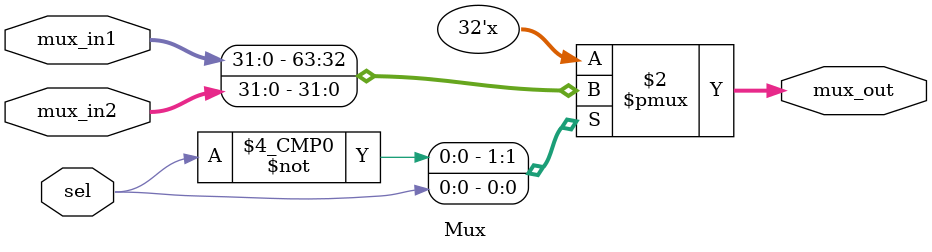
<source format=sv>
`timescale 1ns / 1ps


module Mux(
    input logic signed [31:0] mux_in1,
    input logic signed [31:0] mux_in2,
    input logic sel,
    output logic signed [31:0] mux_out
    );

    always_comb 
    begin
        unique case(sel)
            1'b0:
                mux_out <= mux_in1;
            1'b1:
                mux_out <= mux_in2;
        endcase
    end
endmodule

</source>
